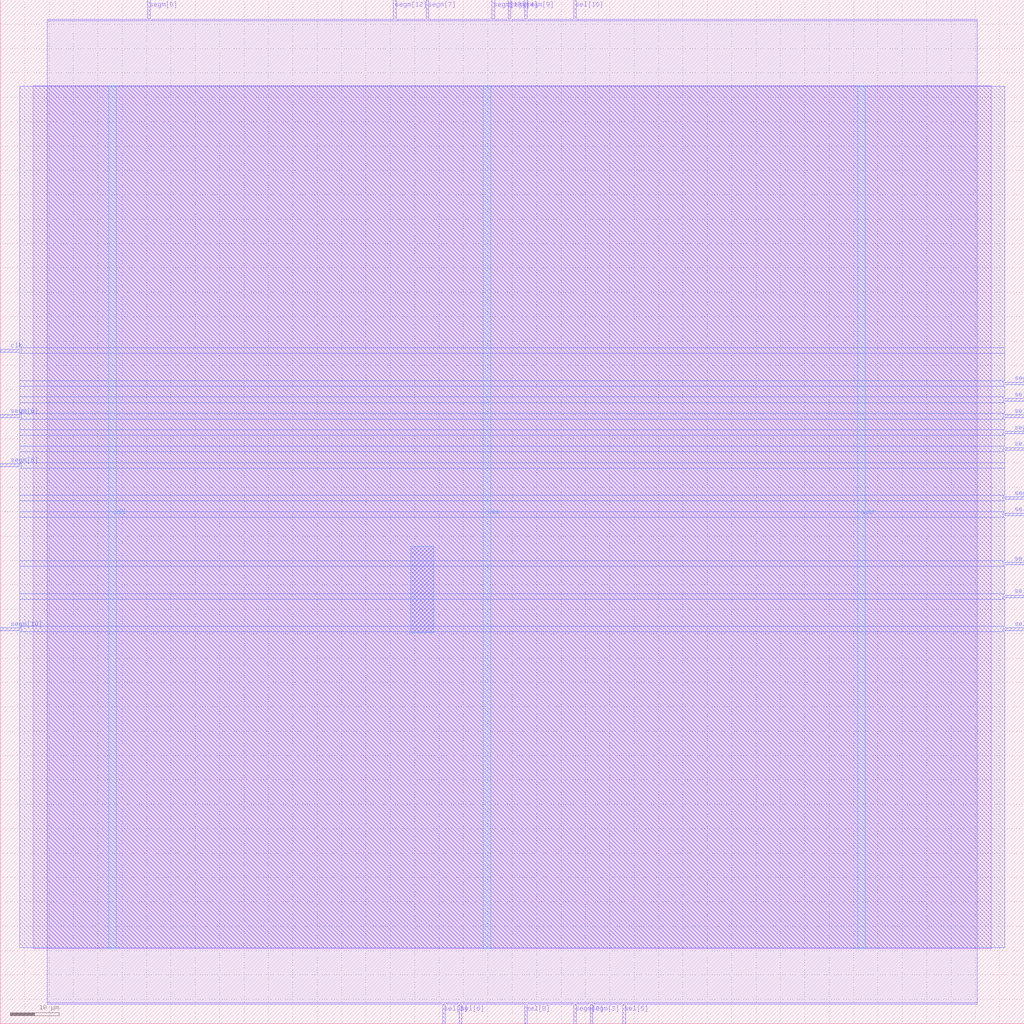
<source format=lef>
VERSION 5.7 ;
  NOWIREEXTENSIONATPIN ON ;
  DIVIDERCHAR "/" ;
  BUSBITCHARS "[]" ;
MACRO ita42
  CLASS BLOCK ;
  FOREIGN ita42 ;
  ORIGIN 0.000 0.000 ;
  SIZE 210.000 BY 210.000 ;
  PIN clk
    DIRECTION INPUT ;
    USE SIGNAL ;
    ANTENNAGATEAREA 4.738000 ;
    ANTENNADIFFAREA 0.410400 ;
    PORT
      LAYER Metal3 ;
        RECT 0.000 137.760 4.000 138.320 ;
    END
  END clk
  PIN segm[0]
    DIRECTION OUTPUT TRISTATE ;
    USE SIGNAL ;
    ANTENNADIFFAREA 0.360800 ;
    PORT
      LAYER Metal2 ;
        RECT 30.240 206.000 30.800 210.000 ;
    END
  END segm[0]
  PIN segm[10]
    DIRECTION OUTPUT TRISTATE ;
    USE SIGNAL ;
    ANTENNADIFFAREA 4.731200 ;
    PORT
      LAYER Metal3 ;
        RECT 0.000 80.640 4.000 81.200 ;
    END
  END segm[10]
  PIN segm[11]
    DIRECTION OUTPUT TRISTATE ;
    USE SIGNAL ;
    ANTENNADIFFAREA 4.731200 ;
    PORT
      LAYER Metal3 ;
        RECT 206.000 107.520 210.000 108.080 ;
    END
  END segm[11]
  PIN segm[12]
    DIRECTION OUTPUT TRISTATE ;
    USE SIGNAL ;
    ANTENNADIFFAREA 4.731200 ;
    PORT
      LAYER Metal2 ;
        RECT 80.640 206.000 81.200 210.000 ;
    END
  END segm[12]
  PIN segm[13]
    DIRECTION OUTPUT TRISTATE ;
    USE SIGNAL ;
    ANTENNADIFFAREA 4.731200 ;
    PORT
      LAYER Metal2 ;
        RECT 100.800 206.000 101.360 210.000 ;
    END
  END segm[13]
  PIN segm[1]
    DIRECTION OUTPUT TRISTATE ;
    USE SIGNAL ;
    ANTENNADIFFAREA 4.731200 ;
    PORT
      LAYER Metal3 ;
        RECT 206.000 131.040 210.000 131.600 ;
    END
  END segm[1]
  PIN segm[2]
    DIRECTION OUTPUT TRISTATE ;
    USE SIGNAL ;
    ANTENNADIFFAREA 4.731200 ;
    PORT
      LAYER Metal2 ;
        RECT 117.600 0.000 118.160 4.000 ;
    END
  END segm[2]
  PIN segm[3]
    DIRECTION OUTPUT TRISTATE ;
    USE SIGNAL ;
    ANTENNADIFFAREA 4.731200 ;
    PORT
      LAYER Metal2 ;
        RECT 120.960 0.000 121.520 4.000 ;
    END
  END segm[3]
  PIN segm[4]
    DIRECTION OUTPUT TRISTATE ;
    USE SIGNAL ;
    ANTENNADIFFAREA 0.360800 ;
    PORT
      LAYER Metal2 ;
        RECT 104.160 206.000 104.720 210.000 ;
    END
  END segm[4]
  PIN segm[5]
    DIRECTION OUTPUT TRISTATE ;
    USE SIGNAL ;
    ANTENNADIFFAREA 4.731200 ;
    PORT
      LAYER Metal3 ;
        RECT 206.000 120.960 210.000 121.520 ;
    END
  END segm[5]
  PIN segm[6]
    DIRECTION OUTPUT TRISTATE ;
    USE SIGNAL ;
    ANTENNADIFFAREA 4.731200 ;
    PORT
      LAYER Metal3 ;
        RECT 0.000 114.240 4.000 114.800 ;
    END
  END segm[6]
  PIN segm[7]
    DIRECTION OUTPUT TRISTATE ;
    USE SIGNAL ;
    ANTENNADIFFAREA 4.731200 ;
    PORT
      LAYER Metal2 ;
        RECT 87.360 206.000 87.920 210.000 ;
    END
  END segm[7]
  PIN segm[8]
    DIRECTION OUTPUT TRISTATE ;
    USE SIGNAL ;
    ANTENNADIFFAREA 4.731200 ;
    PORT
      LAYER Metal3 ;
        RECT 0.000 124.320 4.000 124.880 ;
    END
  END segm[8]
  PIN segm[9]
    DIRECTION OUTPUT TRISTATE ;
    USE SIGNAL ;
    ANTENNADIFFAREA 4.731200 ;
    PORT
      LAYER Metal2 ;
        RECT 107.520 206.000 108.080 210.000 ;
    END
  END segm[9]
  PIN sel[0]
    DIRECTION OUTPUT TRISTATE ;
    USE SIGNAL ;
    ANTENNADIFFAREA 4.731200 ;
    PORT
      LAYER Metal3 ;
        RECT 206.000 87.360 210.000 87.920 ;
    END
  END sel[0]
  PIN sel[10]
    DIRECTION OUTPUT TRISTATE ;
    USE SIGNAL ;
    ANTENNADIFFAREA 4.731200 ;
    PORT
      LAYER Metal2 ;
        RECT 117.600 206.000 118.160 210.000 ;
    END
  END sel[10]
  PIN sel[11]
    DIRECTION OUTPUT TRISTATE ;
    USE SIGNAL ;
    ANTENNADIFFAREA 4.731200 ;
    PORT
      LAYER Metal3 ;
        RECT 206.000 80.640 210.000 81.200 ;
    END
  END sel[11]
  PIN sel[1]
    DIRECTION OUTPUT TRISTATE ;
    USE SIGNAL ;
    ANTENNADIFFAREA 4.731200 ;
    PORT
      LAYER Metal3 ;
        RECT 206.000 104.160 210.000 104.720 ;
    END
  END sel[1]
  PIN sel[2]
    DIRECTION OUTPUT TRISTATE ;
    USE SIGNAL ;
    ANTENNADIFFAREA 4.731200 ;
    PORT
      LAYER Metal3 ;
        RECT 206.000 124.320 210.000 124.880 ;
    END
  END sel[2]
  PIN sel[3]
    DIRECTION OUTPUT TRISTATE ;
    USE SIGNAL ;
    ANTENNADIFFAREA 4.731200 ;
    PORT
      LAYER Metal2 ;
        RECT 90.720 0.000 91.280 4.000 ;
    END
  END sel[3]
  PIN sel[4]
    DIRECTION OUTPUT TRISTATE ;
    USE SIGNAL ;
    ANTENNADIFFAREA 4.731200 ;
    PORT
      LAYER Metal3 ;
        RECT 206.000 94.080 210.000 94.640 ;
    END
  END sel[4]
  PIN sel[5]
    DIRECTION OUTPUT TRISTATE ;
    USE SIGNAL ;
    ANTENNADIFFAREA 4.731200 ;
    PORT
      LAYER Metal2 ;
        RECT 127.680 0.000 128.240 4.000 ;
    END
  END sel[5]
  PIN sel[6]
    DIRECTION OUTPUT TRISTATE ;
    USE SIGNAL ;
    ANTENNADIFFAREA 4.731200 ;
    PORT
      LAYER Metal2 ;
        RECT 94.080 0.000 94.640 4.000 ;
    END
  END sel[6]
  PIN sel[7]
    DIRECTION OUTPUT TRISTATE ;
    USE SIGNAL ;
    ANTENNADIFFAREA 4.731200 ;
    PORT
      LAYER Metal3 ;
        RECT 206.000 117.600 210.000 118.160 ;
    END
  END sel[7]
  PIN sel[8]
    DIRECTION OUTPUT TRISTATE ;
    USE SIGNAL ;
    ANTENNADIFFAREA 4.731200 ;
    PORT
      LAYER Metal2 ;
        RECT 107.520 0.000 108.080 4.000 ;
    END
  END sel[8]
  PIN sel[9]
    DIRECTION OUTPUT TRISTATE ;
    USE SIGNAL ;
    ANTENNADIFFAREA 4.731200 ;
    PORT
      LAYER Metal3 ;
        RECT 206.000 127.680 210.000 128.240 ;
    END
  END sel[9]
  PIN vdd
    DIRECTION INOUT ;
    USE POWER ;
    PORT
      LAYER Metal4 ;
        RECT 22.240 15.380 23.840 192.380 ;
    END
    PORT
      LAYER Metal4 ;
        RECT 175.840 15.380 177.440 192.380 ;
    END
  END vdd
  PIN vss
    DIRECTION INOUT ;
    USE GROUND ;
    PORT
      LAYER Metal4 ;
        RECT 99.040 15.380 100.640 192.380 ;
    END
  END vss
  OBS
      LAYER Metal1 ;
        RECT 6.720 15.380 203.280 192.380 ;
      LAYER Metal2 ;
        RECT 9.660 205.700 29.940 206.000 ;
        RECT 31.100 205.700 80.340 206.000 ;
        RECT 81.500 205.700 87.060 206.000 ;
        RECT 88.220 205.700 100.500 206.000 ;
        RECT 101.660 205.700 103.860 206.000 ;
        RECT 105.020 205.700 107.220 206.000 ;
        RECT 108.380 205.700 117.300 206.000 ;
        RECT 118.460 205.700 200.340 206.000 ;
        RECT 9.660 4.300 200.340 205.700 ;
        RECT 9.660 4.000 90.420 4.300 ;
        RECT 91.580 4.000 93.780 4.300 ;
        RECT 94.940 4.000 107.220 4.300 ;
        RECT 108.380 4.000 117.300 4.300 ;
        RECT 118.460 4.000 120.660 4.300 ;
        RECT 121.820 4.000 127.380 4.300 ;
        RECT 128.540 4.000 200.340 4.300 ;
      LAYER Metal3 ;
        RECT 4.000 138.620 206.000 192.220 ;
        RECT 4.300 137.460 206.000 138.620 ;
        RECT 4.000 131.900 206.000 137.460 ;
        RECT 4.000 130.740 205.700 131.900 ;
        RECT 4.000 128.540 206.000 130.740 ;
        RECT 4.000 127.380 205.700 128.540 ;
        RECT 4.000 125.180 206.000 127.380 ;
        RECT 4.300 124.020 205.700 125.180 ;
        RECT 4.000 121.820 206.000 124.020 ;
        RECT 4.000 120.660 205.700 121.820 ;
        RECT 4.000 118.460 206.000 120.660 ;
        RECT 4.000 117.300 205.700 118.460 ;
        RECT 4.000 115.100 206.000 117.300 ;
        RECT 4.300 113.940 206.000 115.100 ;
        RECT 4.000 108.380 206.000 113.940 ;
        RECT 4.000 107.220 205.700 108.380 ;
        RECT 4.000 105.020 206.000 107.220 ;
        RECT 4.000 103.860 205.700 105.020 ;
        RECT 4.000 94.940 206.000 103.860 ;
        RECT 4.000 93.780 205.700 94.940 ;
        RECT 4.000 88.220 206.000 93.780 ;
        RECT 4.000 87.060 205.700 88.220 ;
        RECT 4.000 81.500 206.000 87.060 ;
        RECT 4.300 80.340 205.700 81.500 ;
        RECT 4.000 15.540 206.000 80.340 ;
      LAYER Metal4 ;
        RECT 84.140 80.170 88.900 97.910 ;
  END
END ita42
END LIBRARY


</source>
